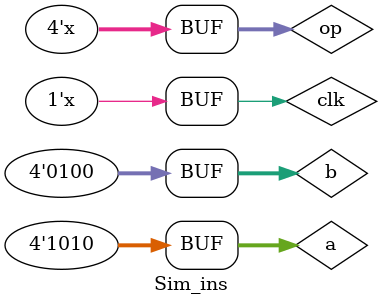
<source format=v>
`timescale 1ns / 1ps


module Sim_ins(
    
    );
    reg[3:0]a,b;
    wire[3:0]y;
    reg[3:0]op;
    reg clk;
    instruction_coder coder(a,b,op,y);
    initial begin
        a<=4'ha;
        b<=4'h4;
        op<=3'b000;
        clk<=0;
    end
    always #50 begin
        op<=op+1; 
        #5
        clk<=~clk;   
    end 
endmodule

</source>
